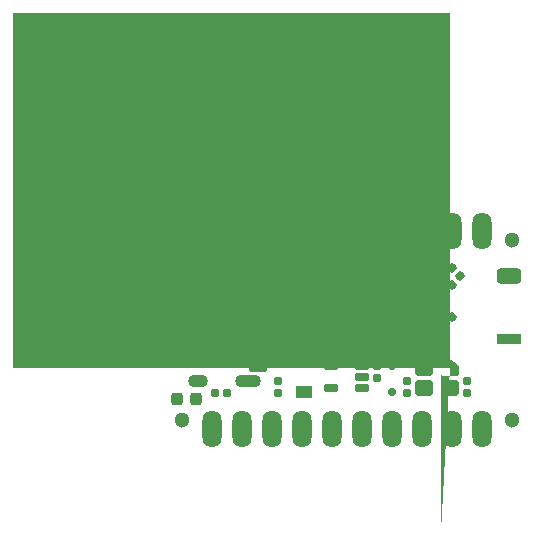
<source format=gts>
G04 #@! TF.GenerationSoftware,KiCad,Pcbnew,7.0.9*
G04 #@! TF.CreationDate,2024-04-26T16:02:49+09:00*
G04 #@! TF.ProjectId,Geekble_Mini_ESP32C3,4765656b-626c-4655-9f4d-696e695f4553,1*
G04 #@! TF.SameCoordinates,Original*
G04 #@! TF.FileFunction,Soldermask,Top*
G04 #@! TF.FilePolarity,Negative*
%FSLAX46Y46*%
G04 Gerber Fmt 4.6, Leading zero omitted, Abs format (unit mm)*
G04 Created by KiCad (PCBNEW 7.0.9) date 2024-04-26 16:02:49*
%MOMM*%
%LPD*%
G01*
G04 APERTURE LIST*
G04 Aperture macros list*
%AMRoundRect*
0 Rectangle with rounded corners*
0 $1 Rounding radius*
0 $2 $3 $4 $5 $6 $7 $8 $9 X,Y pos of 4 corners*
0 Add a 4 corners polygon primitive as box body*
4,1,4,$2,$3,$4,$5,$6,$7,$8,$9,$2,$3,0*
0 Add four circle primitives for the rounded corners*
1,1,$1+$1,$2,$3*
1,1,$1+$1,$4,$5*
1,1,$1+$1,$6,$7*
1,1,$1+$1,$8,$9*
0 Add four rect primitives between the rounded corners*
20,1,$1+$1,$2,$3,$4,$5,0*
20,1,$1+$1,$4,$5,$6,$7,0*
20,1,$1+$1,$6,$7,$8,$9,0*
20,1,$1+$1,$8,$9,$2,$3,0*%
%AMFreePoly0*
4,1,35,1.765657,1.893655,1.793593,1.888098,1.818825,1.877646,1.842508,1.861822,1.861822,1.842508,1.877646,1.818825,1.888098,1.793593,1.893655,1.765657,1.895000,1.752000,1.895000,-1.752000,1.893655,-1.765657,1.888098,-1.793593,1.877646,-1.818825,1.861822,-1.842508,1.842508,-1.861822,1.818825,-1.877646,1.793593,-1.888098,1.765657,-1.893655,1.752000,-1.895000,-1.752000,-1.895000,
-1.765657,-1.893655,-1.793593,-1.888098,-1.818825,-1.877646,-1.842508,-1.861822,-1.861822,-1.842508,-1.877646,-1.818825,-1.888098,-1.793593,-1.893655,-1.765657,-1.895000,-1.752000,-1.895000,1.624250,-1.874497,1.673746,-1.673746,1.874497,-1.624250,1.895000,1.752000,1.895000,1.765657,1.893655,1.765657,1.893655,$1*%
%AMFreePoly1*
4,1,72,0.115470,0.647547,0.117456,0.646900,0.122282,0.646677,0.148051,0.636959,0.174228,0.628455,0.178135,0.625615,0.180096,0.624877,0.193705,0.617130,0.693704,0.217130,0.704241,0.205565,0.706684,0.201850,0.710289,0.199232,0.728456,0.174227,0.731966,0.163421,0.738206,0.153938,0.746383,0.124133,0.746176,0.119686,0.747552,0.115453,0.750000,0.100000,0.750000,-0.500000,
0.747553,-0.515451,0.745106,-0.522982,0.745106,-0.530902,0.735556,-0.560293,0.730900,-0.566699,0.728455,-0.574228,0.710289,-0.599231,0.703884,-0.603884,0.699231,-0.610289,0.674228,-0.628455,0.666699,-0.630900,0.660293,-0.635556,0.630902,-0.645106,0.622982,-0.645106,0.615450,-0.647553,0.600000,-0.650000,-0.600000,-0.650000,-0.615450,-0.647553,-0.622982,-0.645106,-0.630902,-0.645106,
-0.660293,-0.635556,-0.666699,-0.630900,-0.674228,-0.628455,-0.699231,-0.610289,-0.703884,-0.603884,-0.710289,-0.599231,-0.728455,-0.574228,-0.730900,-0.566699,-0.735556,-0.560293,-0.745106,-0.530902,-0.745106,-0.522982,-0.747553,-0.515451,-0.750000,-0.500000,-0.750000,0.500000,-0.747553,0.515451,-0.745106,0.522982,-0.745106,0.530902,-0.735556,0.560293,-0.730900,0.566699,-0.728455,0.574228,
-0.710289,0.599231,-0.703884,0.603884,-0.699231,0.610289,-0.674228,0.628455,-0.666699,0.630900,-0.660293,0.635556,-0.630902,0.645106,-0.622981,0.645106,-0.615450,0.647553,-0.600000,0.650000,0.100000,0.650000,0.115470,0.647547,0.115470,0.647547,$1*%
G04 Aperture macros list end*
%ADD10C,0.120000*%
%ADD11C,0.010000*%
%ADD12O,1.624000X3.148000*%
%ADD13C,1.116000*%
%ADD14RoundRect,0.268750X-0.218750X-0.256250X0.218750X-0.256250X0.218750X0.256250X-0.218750X0.256250X0*%
%ADD15RoundRect,0.190000X-0.140000X-0.170000X0.140000X-0.170000X0.140000X0.170000X-0.140000X0.170000X0*%
%ADD16RoundRect,0.185000X-0.135000X-0.185000X0.135000X-0.185000X0.135000X0.185000X-0.135000X0.185000X0*%
%ADD17C,1.300000*%
%ADD18RoundRect,0.185000X0.185000X-0.135000X0.185000X0.135000X-0.185000X0.135000X-0.185000X-0.135000X0*%
%ADD19RoundRect,0.190000X-0.219203X-0.021213X-0.021213X-0.219203X0.219203X0.021213X0.021213X0.219203X0*%
%ADD20RoundRect,0.190000X0.021213X-0.219203X0.219203X-0.021213X-0.021213X0.219203X-0.219203X0.021213X0*%
%ADD21RoundRect,0.190000X-0.021213X0.219203X-0.219203X0.021213X0.021213X-0.219203X0.219203X-0.021213X0*%
%ADD22RoundRect,0.200000X-0.500000X0.350000X-0.500000X-0.350000X0.500000X-0.350000X0.500000X0.350000X0*%
%ADD23RoundRect,0.200000X0.500000X-0.350000X0.500000X0.350000X-0.500000X0.350000X-0.500000X-0.350000X0*%
%ADD24RoundRect,0.185000X-0.185000X0.135000X-0.185000X-0.135000X0.185000X-0.135000X0.185000X0.135000X0*%
%ADD25RoundRect,0.170000X-0.194454X-0.159099X-0.159099X-0.194454X0.194454X0.159099X0.159099X0.194454X0*%
%ADD26RoundRect,0.170000X-0.159099X0.194454X-0.194454X0.159099X0.159099X-0.194454X0.194454X-0.159099X0*%
%ADD27FreePoly0,225.000000*%
%ADD28RoundRect,0.190000X-0.170000X0.140000X-0.170000X-0.140000X0.170000X-0.140000X0.170000X0.140000X0*%
%ADD29RoundRect,0.185000X-0.226274X-0.035355X-0.035355X-0.226274X0.226274X0.035355X0.035355X0.226274X0*%
%ADD30RoundRect,0.200000X0.400000X0.150000X-0.400000X0.150000X-0.400000X-0.150000X0.400000X-0.150000X0*%
%ADD31RoundRect,0.350000X-0.700000X0.300000X-0.700000X-0.300000X0.700000X-0.300000X0.700000X0.300000X0*%
%ADD32RoundRect,0.250000X-0.800000X0.200000X-0.800000X-0.200000X0.800000X-0.200000X0.800000X0.200000X0*%
%ADD33RoundRect,0.190000X0.170000X-0.140000X0.170000X0.140000X-0.170000X0.140000X-0.170000X-0.140000X0*%
%ADD34RoundRect,0.175000X-0.125000X0.175000X-0.125000X-0.175000X0.125000X-0.175000X0.125000X0.175000X0*%
%ADD35RoundRect,0.190000X0.140000X0.170000X-0.140000X0.170000X-0.140000X-0.170000X0.140000X-0.170000X0*%
%ADD36RoundRect,0.185000X0.135000X0.185000X-0.135000X0.185000X-0.135000X-0.185000X0.135000X-0.185000X0*%
%ADD37RoundRect,0.190000X0.219203X0.021213X0.021213X0.219203X-0.219203X-0.021213X-0.021213X-0.219203X0*%
%ADD38C,0.750000*%
%ADD39RoundRect,0.200000X0.575000X-0.150000X0.575000X0.150000X-0.575000X0.150000X-0.575000X-0.150000X0*%
%ADD40RoundRect,0.125000X0.650000X-0.075000X0.650000X0.075000X-0.650000X0.075000X-0.650000X-0.075000X0*%
%ADD41O,2.200000X1.100000*%
%ADD42O,1.700000X1.100000*%
%ADD43FreePoly1,180.000000*%
%ADD44RoundRect,0.170000X0.580000X0.480000X-0.580000X0.480000X-0.580000X-0.480000X0.580000X-0.480000X0*%
G04 APERTURE END LIST*
D10*
G36*
X30068032Y-37135242D02*
G01*
X30058653Y-37016980D01*
X30065787Y-37017090D01*
X30072680Y-37016980D01*
X30079333Y-37016650D01*
X30085746Y-37016101D01*
X30091918Y-37015331D01*
X30097850Y-37014342D01*
X30106296Y-37012446D01*
X30114202Y-37010056D01*
X30121567Y-37007171D01*
X30128391Y-37003791D01*
X30134673Y-36999917D01*
X30140415Y-36995548D01*
X30143943Y-36992360D01*
X30148814Y-36987167D01*
X30153206Y-36981479D01*
X30157119Y-36975297D01*
X30160553Y-36968620D01*
X30163507Y-36961448D01*
X30165983Y-36953782D01*
X30167979Y-36945621D01*
X30169497Y-36936966D01*
X30170242Y-36930921D01*
X30170774Y-36924656D01*
X30171094Y-36918172D01*
X30171200Y-36911467D01*
X30171105Y-36904359D01*
X30170818Y-36897433D01*
X30170340Y-36890689D01*
X30169671Y-36884127D01*
X30168810Y-36877747D01*
X30167759Y-36871549D01*
X30166516Y-36865534D01*
X30165082Y-36859700D01*
X30163457Y-36854048D01*
X30160661Y-36845912D01*
X30157434Y-36838185D01*
X30153777Y-36830868D01*
X30149691Y-36823960D01*
X30146727Y-36819583D01*
X30142039Y-36813369D01*
X30137206Y-36807642D01*
X30132229Y-36802402D01*
X30127108Y-36797649D01*
X30121843Y-36793383D01*
X30116433Y-36789604D01*
X30110880Y-36786311D01*
X30105181Y-36783505D01*
X30099339Y-36781186D01*
X30093352Y-36779354D01*
X30089281Y-36778404D01*
X30082840Y-36777363D01*
X30076707Y-36776987D01*
X30069754Y-36777414D01*
X30063244Y-36778800D01*
X30057176Y-36781145D01*
X30053377Y-36783240D01*
X30047961Y-36787366D01*
X30043652Y-36791821D01*
X30039529Y-36797198D01*
X30036364Y-36802165D01*
X30033319Y-36807722D01*
X30030393Y-36813870D01*
X30027585Y-36820609D01*
X30025493Y-36826281D01*
X30023024Y-36833551D01*
X30020926Y-36840052D01*
X30018618Y-36847452D01*
X30016097Y-36855752D01*
X30014300Y-36861784D01*
X30012409Y-36868216D01*
X30010423Y-36875048D01*
X30008344Y-36882279D01*
X30006171Y-36889910D01*
X30003904Y-36897940D01*
X30001544Y-36906370D01*
X30000328Y-36910734D01*
X29997153Y-36921823D01*
X29993894Y-36932448D01*
X29990549Y-36942610D01*
X29987121Y-36952308D01*
X29983607Y-36961542D01*
X29980008Y-36970312D01*
X29976325Y-36978619D01*
X29972558Y-36986462D01*
X29968705Y-36993841D01*
X29964768Y-37000757D01*
X29960746Y-37007209D01*
X29956639Y-37013197D01*
X29952448Y-37018722D01*
X29948171Y-37023783D01*
X29943811Y-37028380D01*
X29939365Y-37032514D01*
X29932977Y-37037796D01*
X29926416Y-37042616D01*
X29919683Y-37046974D01*
X29912776Y-37050869D01*
X29905697Y-37054301D01*
X29898444Y-37057271D01*
X29891019Y-37059778D01*
X29883421Y-37061823D01*
X29875650Y-37063405D01*
X29867706Y-37064525D01*
X29859590Y-37065182D01*
X29851300Y-37065377D01*
X29842838Y-37065109D01*
X29834202Y-37064378D01*
X29825394Y-37063185D01*
X29816413Y-37061530D01*
X29810611Y-37060226D01*
X29804857Y-37058732D01*
X29799149Y-37057048D01*
X29793488Y-37055174D01*
X29787874Y-37053109D01*
X29782307Y-37050855D01*
X29776787Y-37048411D01*
X29771314Y-37045776D01*
X29765887Y-37042952D01*
X29760508Y-37039937D01*
X29755176Y-37036733D01*
X29749890Y-37033338D01*
X29744652Y-37029754D01*
X29739461Y-37025979D01*
X29734316Y-37022014D01*
X29729218Y-37017859D01*
X29724202Y-37013519D01*
X29719338Y-37009035D01*
X29714626Y-37004406D01*
X29710067Y-36999633D01*
X29705659Y-36994715D01*
X29701404Y-36989654D01*
X29697302Y-36984448D01*
X29693351Y-36979098D01*
X29689553Y-36973604D01*
X29685907Y-36967965D01*
X29682414Y-36962182D01*
X29679072Y-36956255D01*
X29675883Y-36950184D01*
X29672846Y-36943968D01*
X29669962Y-36937608D01*
X29667230Y-36931104D01*
X29664656Y-36924450D01*
X29662249Y-36917677D01*
X29660008Y-36910785D01*
X29657933Y-36903774D01*
X29656024Y-36896643D01*
X29654281Y-36889394D01*
X29652704Y-36882025D01*
X29651293Y-36874538D01*
X29650048Y-36866931D01*
X29648969Y-36859205D01*
X29648056Y-36851361D01*
X29647308Y-36843397D01*
X29646727Y-36835314D01*
X29646312Y-36827112D01*
X29646063Y-36818791D01*
X29645980Y-36810351D01*
X29646030Y-36803463D01*
X29646180Y-36796704D01*
X29646430Y-36790072D01*
X29646780Y-36783569D01*
X29647229Y-36777195D01*
X29647778Y-36770948D01*
X29648428Y-36764830D01*
X29649177Y-36758840D01*
X29650026Y-36752978D01*
X29652024Y-36741639D01*
X29654421Y-36730813D01*
X29657218Y-36720500D01*
X29660415Y-36710700D01*
X29664011Y-36701412D01*
X29668007Y-36692638D01*
X29672402Y-36684376D01*
X29677197Y-36676628D01*
X29682391Y-36669392D01*
X29687985Y-36662669D01*
X29693978Y-36656459D01*
X29697125Y-36653547D01*
X29703651Y-36648068D01*
X29710445Y-36643062D01*
X29717504Y-36638529D01*
X29724831Y-36634468D01*
X29732425Y-36630881D01*
X29740285Y-36627766D01*
X29748412Y-36625124D01*
X29756806Y-36622955D01*
X29765466Y-36621259D01*
X29774393Y-36620036D01*
X29783587Y-36619285D01*
X29793048Y-36619008D01*
X29802776Y-36619203D01*
X29812770Y-36619871D01*
X29823031Y-36621012D01*
X29833559Y-36622626D01*
X29833559Y-36742060D01*
X29825346Y-36741932D01*
X29817579Y-36742205D01*
X29810258Y-36742880D01*
X29803382Y-36743956D01*
X29796952Y-36745435D01*
X29790967Y-36747315D01*
X29785429Y-36749598D01*
X29778737Y-36753266D01*
X29772837Y-36757649D01*
X29768932Y-36761404D01*
X29764295Y-36767140D01*
X29760277Y-36773797D01*
X29757669Y-36779393D01*
X29755408Y-36785507D01*
X29753496Y-36792139D01*
X29751931Y-36799289D01*
X29750714Y-36806956D01*
X29749844Y-36815141D01*
X29749322Y-36823844D01*
X29749168Y-36829934D01*
X29749149Y-36833065D01*
X29749232Y-36839480D01*
X29749483Y-36845755D01*
X29749901Y-36851891D01*
X29750486Y-36857886D01*
X29751238Y-36863743D01*
X29752680Y-36872265D01*
X29754498Y-36880473D01*
X29756691Y-36888366D01*
X29759261Y-36895946D01*
X29762207Y-36903211D01*
X29765530Y-36910162D01*
X29769228Y-36916799D01*
X29770544Y-36918941D01*
X29774135Y-36924100D01*
X29778018Y-36928732D01*
X29783285Y-36933782D01*
X29789009Y-36938009D01*
X29795191Y-36941412D01*
X29801832Y-36943993D01*
X29807474Y-36945466D01*
X29813876Y-36946375D01*
X29819985Y-36946353D01*
X29825800Y-36945401D01*
X29832391Y-36943031D01*
X29837561Y-36940033D01*
X29842437Y-36936105D01*
X29843377Y-36935208D01*
X29848184Y-36929556D01*
X29851846Y-36924008D01*
X29855556Y-36917336D01*
X29859316Y-36909541D01*
X29861850Y-36903720D01*
X29864405Y-36897401D01*
X29866982Y-36890582D01*
X29869581Y-36883263D01*
X29872202Y-36875446D01*
X29874844Y-36867130D01*
X29877508Y-36858314D01*
X29880194Y-36848999D01*
X29882902Y-36839185D01*
X29884264Y-36834091D01*
X29886978Y-36823938D01*
X29889700Y-36814143D01*
X29892428Y-36804704D01*
X29895163Y-36795623D01*
X29897905Y-36786899D01*
X29900654Y-36778532D01*
X29903410Y-36770522D01*
X29906172Y-36762870D01*
X29908942Y-36755575D01*
X29911718Y-36748637D01*
X29914501Y-36742056D01*
X29917291Y-36735832D01*
X29920088Y-36729966D01*
X29922892Y-36724457D01*
X29925703Y-36719305D01*
X29928521Y-36714510D01*
X29932898Y-36707749D01*
X29937566Y-36701369D01*
X29942525Y-36695370D01*
X29947775Y-36689753D01*
X29953317Y-36684517D01*
X29959149Y-36679662D01*
X29965273Y-36675188D01*
X29971687Y-36671096D01*
X29978393Y-36667384D01*
X29985390Y-36664055D01*
X29990216Y-36662046D01*
X29997714Y-36659375D01*
X30005533Y-36657185D01*
X30013675Y-36655476D01*
X30022138Y-36654250D01*
X30030924Y-36653505D01*
X30036959Y-36653276D01*
X30043138Y-36653261D01*
X30049460Y-36653460D01*
X30055926Y-36653873D01*
X30062534Y-36654501D01*
X30069285Y-36655342D01*
X30076180Y-36656398D01*
X30083217Y-36657668D01*
X30086790Y-36658383D01*
X30093285Y-36659844D01*
X30099729Y-36661515D01*
X30106122Y-36663397D01*
X30112463Y-36665490D01*
X30118752Y-36667794D01*
X30124990Y-36670308D01*
X30131177Y-36673033D01*
X30137312Y-36675968D01*
X30143395Y-36679114D01*
X30149427Y-36682471D01*
X30155407Y-36686039D01*
X30161336Y-36689817D01*
X30167213Y-36693806D01*
X30173039Y-36698005D01*
X30178813Y-36702415D01*
X30184536Y-36707036D01*
X30190141Y-36711816D01*
X30195563Y-36716742D01*
X30200802Y-36721814D01*
X30205858Y-36727030D01*
X30210731Y-36732392D01*
X30215420Y-36737900D01*
X30219927Y-36743553D01*
X30224250Y-36749351D01*
X30228390Y-36755295D01*
X30232346Y-36761384D01*
X30236120Y-36767618D01*
X30239710Y-36773998D01*
X30243118Y-36780523D01*
X30246342Y-36787194D01*
X30249382Y-36794010D01*
X30252240Y-36800972D01*
X30254920Y-36808069D01*
X30257426Y-36815329D01*
X30259760Y-36822751D01*
X30261921Y-36830336D01*
X30263909Y-36838083D01*
X30265725Y-36845993D01*
X30267367Y-36854066D01*
X30268836Y-36862301D01*
X30270133Y-36870699D01*
X30271257Y-36879259D01*
X30272207Y-36887982D01*
X30272985Y-36896868D01*
X30273590Y-36905916D01*
X30274023Y-36915126D01*
X30274282Y-36924499D01*
X30274368Y-36934035D01*
X30274317Y-36940980D01*
X30274163Y-36947802D01*
X30273906Y-36954502D01*
X30273546Y-36961077D01*
X30273084Y-36967530D01*
X30272519Y-36973860D01*
X30271851Y-36980067D01*
X30271080Y-36986151D01*
X30270207Y-36992111D01*
X30269231Y-36997949D01*
X30266970Y-37009254D01*
X30264299Y-37020068D01*
X30261216Y-37030389D01*
X30257722Y-37040218D01*
X30253818Y-37049554D01*
X30249502Y-37058399D01*
X30244775Y-37066751D01*
X30239638Y-37074610D01*
X30234089Y-37081978D01*
X30228129Y-37088853D01*
X30221759Y-37095235D01*
X30214976Y-37101145D01*
X30207816Y-37106600D01*
X30200280Y-37111600D01*
X30192367Y-37116146D01*
X30184077Y-37120237D01*
X30175411Y-37123874D01*
X30166368Y-37127056D01*
X30156949Y-37129784D01*
X30147152Y-37132057D01*
X30136980Y-37133875D01*
X30126430Y-37135240D01*
X30115504Y-37136149D01*
X30104201Y-37136604D01*
X30092521Y-37136605D01*
X30086540Y-37136435D01*
X30080465Y-37136151D01*
X30074296Y-37135754D01*
X30068032Y-37135242D01*
G37*
G36*
X29996023Y-36119104D02*
G01*
X30007469Y-36119791D01*
X30019182Y-36121020D01*
X30025139Y-36121838D01*
X30031163Y-36122791D01*
X30037254Y-36123879D01*
X30043412Y-36125103D01*
X30049607Y-36126449D01*
X30055736Y-36127903D01*
X30061798Y-36129467D01*
X30067794Y-36131139D01*
X30073723Y-36132920D01*
X30079586Y-36134809D01*
X30085383Y-36136808D01*
X30091113Y-36138915D01*
X30096777Y-36141131D01*
X30102374Y-36143455D01*
X30107905Y-36145889D01*
X30113370Y-36148431D01*
X30118768Y-36151082D01*
X30124100Y-36153842D01*
X30129365Y-36156710D01*
X30134564Y-36159688D01*
X30139696Y-36162774D01*
X30144762Y-36165969D01*
X30149762Y-36169272D01*
X30154696Y-36172684D01*
X30159562Y-36176206D01*
X30164363Y-36179835D01*
X30169097Y-36183574D01*
X30173765Y-36187421D01*
X30178366Y-36191378D01*
X30182901Y-36195443D01*
X30187370Y-36199616D01*
X30191772Y-36203899D01*
X30196107Y-36208290D01*
X30200377Y-36212790D01*
X30204579Y-36217399D01*
X30208716Y-36222116D01*
X30212755Y-36226906D01*
X30216666Y-36231733D01*
X30220449Y-36236597D01*
X30224103Y-36241497D01*
X30227630Y-36246434D01*
X30231028Y-36251407D01*
X30234297Y-36256417D01*
X30237439Y-36261464D01*
X30240452Y-36266547D01*
X30243337Y-36271667D01*
X30248723Y-36282017D01*
X30253596Y-36292513D01*
X30257955Y-36303156D01*
X30261802Y-36313945D01*
X30265136Y-36324881D01*
X30267957Y-36335964D01*
X30270265Y-36347193D01*
X30272060Y-36358569D01*
X30273343Y-36370091D01*
X30274112Y-36381759D01*
X30274304Y-36387649D01*
X30274368Y-36393575D01*
X30274262Y-36400895D01*
X30273943Y-36408128D01*
X30273410Y-36415275D01*
X30272665Y-36422334D01*
X30271707Y-36429307D01*
X30270535Y-36436192D01*
X30269151Y-36442990D01*
X30267554Y-36449702D01*
X30265744Y-36456326D01*
X30263721Y-36462863D01*
X30261485Y-36469314D01*
X30259036Y-36475677D01*
X30256374Y-36481953D01*
X30253499Y-36488142D01*
X30250412Y-36494245D01*
X30247111Y-36500260D01*
X30243586Y-36506111D01*
X30239864Y-36511720D01*
X30235943Y-36517088D01*
X30231824Y-36522214D01*
X30227508Y-36527099D01*
X30222993Y-36531742D01*
X30218280Y-36536144D01*
X30213369Y-36540304D01*
X30208260Y-36544222D01*
X30202953Y-36547899D01*
X30197447Y-36551334D01*
X30191744Y-36554528D01*
X30185843Y-36557480D01*
X30179743Y-36560190D01*
X30173446Y-36562659D01*
X30166950Y-36564887D01*
X30160266Y-36566848D01*
X30153402Y-36568557D01*
X30146358Y-36570013D01*
X30139134Y-36571216D01*
X30131731Y-36572165D01*
X30124148Y-36572862D01*
X30116385Y-36573306D01*
X30108442Y-36573496D01*
X30100320Y-36573434D01*
X30092017Y-36573118D01*
X30083536Y-36572550D01*
X30074874Y-36571728D01*
X30066033Y-36570654D01*
X30057011Y-36569326D01*
X30047810Y-36567746D01*
X30038430Y-36565912D01*
X30031191Y-36564287D01*
X30023981Y-36562453D01*
X30016802Y-36560408D01*
X30009652Y-36558155D01*
X30002532Y-36555691D01*
X29995442Y-36553019D01*
X29988381Y-36550136D01*
X29981350Y-36547045D01*
X29974349Y-36543743D01*
X29967378Y-36540233D01*
X29960437Y-36536512D01*
X29953525Y-36532582D01*
X29946643Y-36528443D01*
X29939791Y-36524094D01*
X29932968Y-36519536D01*
X29926176Y-36514768D01*
X29919498Y-36509807D01*
X29913021Y-36504707D01*
X29906744Y-36499467D01*
X29900668Y-36494087D01*
X29894792Y-36488567D01*
X29889116Y-36482908D01*
X29883640Y-36477109D01*
X29878365Y-36471171D01*
X29873291Y-36465092D01*
X29868416Y-36458874D01*
X29863742Y-36452517D01*
X29859269Y-36446020D01*
X29854995Y-36439383D01*
X29850922Y-36432606D01*
X29847050Y-36425690D01*
X29843377Y-36418634D01*
X29839917Y-36411486D01*
X29836680Y-36404293D01*
X29833666Y-36397056D01*
X29830875Y-36389774D01*
X29828308Y-36382447D01*
X29825964Y-36375076D01*
X29823843Y-36367660D01*
X29821945Y-36360199D01*
X29820271Y-36352694D01*
X29818820Y-36345144D01*
X29817592Y-36337549D01*
X29816587Y-36329910D01*
X29815806Y-36322226D01*
X29815360Y-36316052D01*
X29899211Y-36316052D01*
X29899541Y-36324296D01*
X29900530Y-36332432D01*
X29902179Y-36340460D01*
X29904487Y-36348379D01*
X29907455Y-36356190D01*
X29911082Y-36363893D01*
X29915368Y-36371488D01*
X29918592Y-36376491D01*
X29922109Y-36381447D01*
X29925919Y-36386354D01*
X29930023Y-36391212D01*
X29934419Y-36396023D01*
X29936727Y-36398411D01*
X29941528Y-36403064D01*
X29946587Y-36407535D01*
X29951905Y-36411825D01*
X29957482Y-36415932D01*
X29963317Y-36419857D01*
X29969411Y-36423600D01*
X29975764Y-36427162D01*
X29982376Y-36430541D01*
X29989247Y-36433738D01*
X29996376Y-36436753D01*
X30003764Y-36439586D01*
X30011410Y-36442237D01*
X30019316Y-36444706D01*
X30027480Y-36446993D01*
X30035903Y-36449098D01*
X30044585Y-36451021D01*
X30053267Y-36452708D01*
X30061692Y-36454105D01*
X30069859Y-36455213D01*
X30077768Y-36456031D01*
X30085420Y-36456559D01*
X30092814Y-36456798D01*
X30099951Y-36456747D01*
X30106830Y-36456406D01*
X30113452Y-36455776D01*
X30119815Y-36454856D01*
X30125922Y-36453646D01*
X30131770Y-36452147D01*
X30137361Y-36450358D01*
X30145265Y-36447132D01*
X30152589Y-36443254D01*
X30159267Y-36438858D01*
X30165289Y-36434078D01*
X30170653Y-36428914D01*
X30175361Y-36423367D01*
X30179412Y-36417436D01*
X30182805Y-36411121D01*
X30185542Y-36404422D01*
X30187623Y-36397339D01*
X30189046Y-36389872D01*
X30189812Y-36382022D01*
X30189958Y-36376575D01*
X30189630Y-36368334D01*
X30188644Y-36360206D01*
X30187002Y-36352191D01*
X30184703Y-36344289D01*
X30181747Y-36336501D01*
X30178134Y-36328827D01*
X30173865Y-36321265D01*
X30170653Y-36316287D01*
X30167150Y-36311360D01*
X30163354Y-36306482D01*
X30159267Y-36301656D01*
X30154888Y-36296879D01*
X30152589Y-36294510D01*
X30147767Y-36289856D01*
X30142681Y-36285383D01*
X30137330Y-36281091D01*
X30131715Y-36276979D01*
X30125836Y-36273049D01*
X30119692Y-36269299D01*
X30113283Y-36265731D01*
X30106610Y-36262343D01*
X30099673Y-36259136D01*
X30092471Y-36256110D01*
X30085004Y-36253265D01*
X30077274Y-36250601D01*
X30069278Y-36248118D01*
X30061018Y-36245815D01*
X30052494Y-36243694D01*
X30043705Y-36241753D01*
X30035130Y-36240083D01*
X30026807Y-36238701D01*
X30018735Y-36237606D01*
X30010916Y-36236798D01*
X30003348Y-36236278D01*
X29996032Y-36236045D01*
X29988968Y-36236099D01*
X29982156Y-36236441D01*
X29975596Y-36237070D01*
X29969288Y-36237987D01*
X29963231Y-36239190D01*
X29957427Y-36240682D01*
X29949192Y-36243457D01*
X29941524Y-36246880D01*
X29936727Y-36249520D01*
X29930023Y-36253890D01*
X29923978Y-36258646D01*
X29918592Y-36263789D01*
X29913866Y-36269318D01*
X29909799Y-36275233D01*
X29906392Y-36281535D01*
X29903644Y-36288223D01*
X29901556Y-36295297D01*
X29900127Y-36302758D01*
X29899358Y-36310606D01*
X29899211Y-36316052D01*
X29815360Y-36316052D01*
X29815248Y-36314497D01*
X29814913Y-36306724D01*
X29814801Y-36298906D01*
X29814864Y-36292881D01*
X29815054Y-36286951D01*
X29815813Y-36275374D01*
X29817078Y-36264176D01*
X29818849Y-36253358D01*
X29821127Y-36242918D01*
X29823910Y-36232858D01*
X29827199Y-36223176D01*
X29830994Y-36213873D01*
X29835296Y-36204949D01*
X29840103Y-36196404D01*
X29845417Y-36188238D01*
X29851236Y-36180451D01*
X29857562Y-36173043D01*
X29864393Y-36166014D01*
X29871731Y-36159364D01*
X29879574Y-36153093D01*
X29887805Y-36147282D01*
X29896303Y-36142013D01*
X29905070Y-36137285D01*
X29914104Y-36133099D01*
X29923406Y-36129454D01*
X29932976Y-36126351D01*
X29942814Y-36123789D01*
X29952920Y-36121769D01*
X29963294Y-36120290D01*
X29973936Y-36119353D01*
X29984846Y-36118958D01*
X29996023Y-36119104D01*
G37*
G36*
X29996023Y-35606194D02*
G01*
X30007469Y-35606881D01*
X30019182Y-35608110D01*
X30025139Y-35608928D01*
X30031163Y-35609881D01*
X30037254Y-35610969D01*
X30043412Y-35612193D01*
X30049607Y-35613539D01*
X30055736Y-35614993D01*
X30061798Y-35616557D01*
X30067794Y-35618229D01*
X30073723Y-35620010D01*
X30079586Y-35621899D01*
X30085383Y-35623898D01*
X30091113Y-35626005D01*
X30096777Y-35628221D01*
X30102374Y-35630545D01*
X30107905Y-35632979D01*
X30113370Y-35635521D01*
X30118768Y-35638172D01*
X30124100Y-35640932D01*
X30129365Y-35643800D01*
X30134564Y-35646778D01*
X30139696Y-35649864D01*
X30144762Y-35653059D01*
X30149762Y-35656362D01*
X30154696Y-35659774D01*
X30159562Y-35663296D01*
X30164363Y-35666925D01*
X30169097Y-35670664D01*
X30173765Y-35674511D01*
X30178366Y-35678468D01*
X30182901Y-35682533D01*
X30187370Y-35686706D01*
X30191772Y-35690989D01*
X30196107Y-35695380D01*
X30200377Y-35699880D01*
X30204579Y-35704489D01*
X30208716Y-35709206D01*
X30212755Y-35713996D01*
X30216666Y-35718823D01*
X30220449Y-35723687D01*
X30224103Y-35728587D01*
X30227630Y-35733524D01*
X30231028Y-35738497D01*
X30234297Y-35743507D01*
X30237439Y-35748554D01*
X30240452Y-35753637D01*
X30243337Y-35758757D01*
X30248723Y-35769107D01*
X30253596Y-35779603D01*
X30257955Y-35790246D01*
X30261802Y-35801035D01*
X30265136Y-35811971D01*
X30267957Y-35823054D01*
X30270265Y-35834283D01*
X30272060Y-35845659D01*
X30273343Y-35857181D01*
X30274112Y-35868849D01*
X30274304Y-35874739D01*
X30274368Y-35880665D01*
X30274262Y-35887985D01*
X30273943Y-35895218D01*
X30273410Y-35902365D01*
X30272665Y-35909424D01*
X30271707Y-35916397D01*
X30270535Y-35923282D01*
X30269151Y-35930080D01*
X30267554Y-35936792D01*
X30265744Y-35943416D01*
X30263721Y-35949953D01*
X30261485Y-35956404D01*
X30259036Y-35962767D01*
X30256374Y-35969043D01*
X30253499Y-35975232D01*
X30250412Y-35981335D01*
X30247111Y-35987350D01*
X30243586Y-35993201D01*
X30239864Y-35998810D01*
X30235943Y-36004178D01*
X30231824Y-36009304D01*
X30227508Y-36014189D01*
X30222993Y-36018832D01*
X30218280Y-36023234D01*
X30213369Y-36027394D01*
X30208260Y-36031312D01*
X30202953Y-36034989D01*
X30197447Y-36038424D01*
X30191744Y-36041618D01*
X30185843Y-36044570D01*
X30179743Y-36047280D01*
X30173446Y-36049749D01*
X30166950Y-36051977D01*
X30160266Y-36053938D01*
X30153402Y-36055647D01*
X30146358Y-36057103D01*
X30139134Y-36058306D01*
X30131731Y-36059255D01*
X30124148Y-36059952D01*
X30116385Y-36060396D01*
X30108442Y-36060586D01*
X30100320Y-36060524D01*
X30092017Y-36060208D01*
X30083536Y-36059640D01*
X30074874Y-36058818D01*
X30066033Y-36057744D01*
X30057011Y-36056416D01*
X30047810Y-36054836D01*
X30038430Y-36053002D01*
X30031191Y-36051377D01*
X30023981Y-36049543D01*
X30016802Y-36047498D01*
X30009652Y-36045245D01*
X30002532Y-36042781D01*
X29995442Y-36040109D01*
X29988381Y-36037226D01*
X29981350Y-36034135D01*
X29974349Y-36030833D01*
X29967378Y-36027323D01*
X29960437Y-36023602D01*
X29953525Y-36019672D01*
X29946643Y-36015533D01*
X29939791Y-36011184D01*
X29932968Y-36006626D01*
X29926176Y-36001858D01*
X29919498Y-35996897D01*
X29913021Y-35991797D01*
X29906744Y-35986557D01*
X29900668Y-35981177D01*
X29894792Y-35975657D01*
X29889116Y-35969998D01*
X29883640Y-35964199D01*
X29878365Y-35958261D01*
X29873291Y-35952182D01*
X29868416Y-35945965D01*
X29863742Y-35939607D01*
X29859269Y-35933110D01*
X29854995Y-35926473D01*
X29850922Y-35919696D01*
X29847050Y-35912780D01*
X29843377Y-35905724D01*
X29839917Y-35898576D01*
X29836680Y-35891383D01*
X29833666Y-35884146D01*
X29830875Y-35876864D01*
X29828308Y-35869537D01*
X29825964Y-35862166D01*
X29823843Y-35854750D01*
X29821945Y-35847289D01*
X29820271Y-35839784D01*
X29818820Y-35832234D01*
X29817592Y-35824639D01*
X29816587Y-35817000D01*
X29815806Y-35809316D01*
X29815360Y-35803142D01*
X29899211Y-35803142D01*
X29899541Y-35811386D01*
X29900530Y-35819522D01*
X29902179Y-35827550D01*
X29904487Y-35835469D01*
X29907455Y-35843280D01*
X29911082Y-35850983D01*
X29915368Y-35858578D01*
X29918592Y-35863581D01*
X29922109Y-35868537D01*
X29925919Y-35873444D01*
X29930023Y-35878302D01*
X29934419Y-35883113D01*
X29936727Y-35885501D01*
X29941528Y-35890154D01*
X29946587Y-35894625D01*
X29951905Y-35898915D01*
X29957482Y-35903022D01*
X29963317Y-35906947D01*
X29969411Y-35910691D01*
X29975764Y-35914252D01*
X29982376Y-35917631D01*
X29989247Y-35920828D01*
X29996376Y-35923843D01*
X30003764Y-35926676D01*
X30011410Y-35929327D01*
X30019316Y-35931796D01*
X30027480Y-35934083D01*
X30035903Y-35936188D01*
X30044585Y-35938111D01*
X30053267Y-35939798D01*
X30061692Y-35941195D01*
X30069859Y-35942303D01*
X30077768Y-35943121D01*
X30085420Y-35943649D01*
X30092814Y-35943888D01*
X30099951Y-35943837D01*
X30106830Y-35943496D01*
X30113452Y-35942866D01*
X30119815Y-35941946D01*
X30125922Y-35940736D01*
X30131770Y-35939237D01*
X30137361Y-35937448D01*
X30145265Y-35934222D01*
X30152589Y-35930344D01*
X30159267Y-35925948D01*
X30165289Y-35921168D01*
X30170653Y-35916004D01*
X30175361Y-35910457D01*
X30179412Y-35904526D01*
X30182805Y-35898211D01*
X30185542Y-35891512D01*
X30187623Y-35884429D01*
X30189046Y-35876963D01*
X30189812Y-35869112D01*
X30189958Y-35863665D01*
X30189630Y-35855424D01*
X30188644Y-35847296D01*
X30187002Y-35839281D01*
X30184703Y-35831380D01*
X30181747Y-35823591D01*
X30178134Y-35815917D01*
X30173865Y-35808355D01*
X30170653Y-35803377D01*
X30167150Y-35798450D01*
X30163354Y-35793572D01*
X30159267Y-35788746D01*
X30154888Y-35783969D01*
X30152589Y-35781600D01*
X30147767Y-35776946D01*
X30142681Y-35772473D01*
X30137330Y-35768181D01*
X30131715Y-35764069D01*
X30125836Y-35760139D01*
X30119692Y-35756389D01*
X30113283Y-35752821D01*
X30106610Y-35749433D01*
X30099673Y-35746226D01*
X30092471Y-35743200D01*
X30085004Y-35740355D01*
X30077274Y-35737691D01*
X30069278Y-35735208D01*
X30061018Y-35732905D01*
X30052494Y-35730784D01*
X30043705Y-35728843D01*
X30035130Y-35727173D01*
X30026807Y-35725791D01*
X30018735Y-35724696D01*
X30010916Y-35723888D01*
X30003348Y-35723368D01*
X29996032Y-35723135D01*
X29988968Y-35723189D01*
X29982156Y-35723531D01*
X29975596Y-35724160D01*
X29969288Y-35725077D01*
X29963231Y-35726280D01*
X29957427Y-35727772D01*
X29949192Y-35730547D01*
X29941524Y-35733970D01*
X29936727Y-35736610D01*
X29930023Y-35740980D01*
X29923978Y-35745736D01*
X29918592Y-35750879D01*
X29913866Y-35756408D01*
X29909799Y-35762323D01*
X29906392Y-35768625D01*
X29903644Y-35775313D01*
X29901556Y-35782387D01*
X29900127Y-35789848D01*
X29899358Y-35797696D01*
X29899211Y-35803142D01*
X29815360Y-35803142D01*
X29815248Y-35801587D01*
X29814913Y-35793814D01*
X29814801Y-35785996D01*
X29814864Y-35779971D01*
X29815054Y-35774041D01*
X29815813Y-35762464D01*
X29817078Y-35751267D01*
X29818849Y-35740448D01*
X29821127Y-35730008D01*
X29823910Y-35719948D01*
X29827199Y-35710266D01*
X29830994Y-35700963D01*
X29835296Y-35692039D01*
X29840103Y-35683494D01*
X29845417Y-35675328D01*
X29851236Y-35667541D01*
X29857562Y-35660133D01*
X29864393Y-35653104D01*
X29871731Y-35646454D01*
X29879574Y-35640183D01*
X29887805Y-35634372D01*
X29896303Y-35629103D01*
X29905070Y-35624375D01*
X29914104Y-35620189D01*
X29923406Y-35616544D01*
X29932976Y-35613441D01*
X29942814Y-35610879D01*
X29952920Y-35608859D01*
X29963294Y-35607380D01*
X29973936Y-35606443D01*
X29984846Y-35606048D01*
X29996023Y-35606194D01*
G37*
G36*
X29869579Y-34990500D02*
G01*
X29878262Y-34990864D01*
X29887158Y-34991425D01*
X29896268Y-34992183D01*
X29905593Y-34993138D01*
X29915132Y-34994290D01*
X29924884Y-34995638D01*
X29934851Y-34997184D01*
X29945032Y-34998927D01*
X29955427Y-35000866D01*
X29966036Y-35003002D01*
X29975353Y-35005016D01*
X29984508Y-35007138D01*
X29993502Y-35009367D01*
X30002334Y-35011704D01*
X30011005Y-35014148D01*
X30019514Y-35016700D01*
X30027862Y-35019359D01*
X30036048Y-35022127D01*
X30044074Y-35025001D01*
X30051937Y-35027984D01*
X30059639Y-35031074D01*
X30067180Y-35034272D01*
X30074560Y-35037577D01*
X30081778Y-35040990D01*
X30088834Y-35044510D01*
X30095729Y-35048138D01*
X30103947Y-35052680D01*
X30111966Y-35057330D01*
X30119787Y-35062087D01*
X30127411Y-35066951D01*
X30134836Y-35071924D01*
X30142063Y-35077003D01*
X30149092Y-35082191D01*
X30155923Y-35087486D01*
X30162556Y-35092889D01*
X30168991Y-35098399D01*
X30175227Y-35104017D01*
X30181266Y-35109743D01*
X30187107Y-35115576D01*
X30192749Y-35121517D01*
X30198194Y-35127565D01*
X30203440Y-35133721D01*
X30207288Y-35138502D01*
X30211029Y-35143428D01*
X30214661Y-35148499D01*
X30218186Y-35153716D01*
X30221604Y-35159078D01*
X30224914Y-35164585D01*
X30228116Y-35170238D01*
X30231211Y-35176036D01*
X30234198Y-35181980D01*
X30237077Y-35188069D01*
X30239849Y-35194304D01*
X30242513Y-35200683D01*
X30245070Y-35207209D01*
X30247519Y-35213879D01*
X30249860Y-35220695D01*
X30252093Y-35227657D01*
X30254398Y-35235780D01*
X30256476Y-35244324D01*
X30257735Y-35250253D01*
X30258894Y-35256368D01*
X30259952Y-35262670D01*
X30260909Y-35269159D01*
X30261765Y-35275834D01*
X30262521Y-35282696D01*
X30263176Y-35289744D01*
X30263730Y-35296979D01*
X30264183Y-35304401D01*
X30264536Y-35312009D01*
X30264788Y-35319804D01*
X30264939Y-35327786D01*
X30264990Y-35335954D01*
X30264990Y-35560609D01*
X29655359Y-35433847D01*
X29655359Y-35335808D01*
X29758528Y-35335808D01*
X30161821Y-35419778D01*
X30161821Y-35330825D01*
X30161798Y-35324682D01*
X30161730Y-35318744D01*
X30161541Y-35310225D01*
X30161249Y-35302169D01*
X30160854Y-35294576D01*
X30160356Y-35287448D01*
X30159755Y-35280783D01*
X30159051Y-35274581D01*
X30157952Y-35267034D01*
X30156669Y-35260311D01*
X30155959Y-35257259D01*
X30153931Y-35249758D01*
X30151581Y-35242495D01*
X30148912Y-35235470D01*
X30145921Y-35228683D01*
X30142610Y-35222134D01*
X30138979Y-35215823D01*
X30135026Y-35209751D01*
X30130754Y-35203917D01*
X30125924Y-35198238D01*
X30121831Y-35194027D01*
X30117333Y-35189857D01*
X30112430Y-35185729D01*
X30107123Y-35181642D01*
X30101412Y-35177596D01*
X30095296Y-35173591D01*
X30088776Y-35169627D01*
X30081851Y-35165705D01*
X30074522Y-35161824D01*
X30071989Y-35160539D01*
X30064035Y-35156718D01*
X30058443Y-35154229D01*
X30052620Y-35151787D01*
X30046566Y-35149391D01*
X30040281Y-35147043D01*
X30033764Y-35144742D01*
X30027016Y-35142488D01*
X30020037Y-35140280D01*
X30012826Y-35138120D01*
X30005385Y-35136007D01*
X29997712Y-35133940D01*
X29989807Y-35131920D01*
X29981672Y-35129948D01*
X29973305Y-35128022D01*
X29964707Y-35126143D01*
X29960321Y-35125222D01*
X29951638Y-35123464D01*
X29943209Y-35121853D01*
X29935037Y-35120391D01*
X29927119Y-35119076D01*
X29919457Y-35117909D01*
X29912050Y-35116889D01*
X29904899Y-35116017D01*
X29898002Y-35115293D01*
X29891361Y-35114717D01*
X29884976Y-35114288D01*
X29878846Y-35114007D01*
X29872971Y-35113873D01*
X29864637Y-35113950D01*
X29856877Y-35114359D01*
X29852024Y-35114817D01*
X29845081Y-35115703D01*
X29838433Y-35116824D01*
X29832078Y-35118180D01*
X29826016Y-35119770D01*
X29820249Y-35121594D01*
X29813015Y-35124391D01*
X29806304Y-35127604D01*
X29800115Y-35131235D01*
X29794448Y-35135282D01*
X29793112Y-35136359D01*
X29788015Y-35140911D01*
X29783349Y-35145921D01*
X29779113Y-35151389D01*
X29775307Y-35157315D01*
X29771932Y-35163699D01*
X29768987Y-35170541D01*
X29766473Y-35177841D01*
X29764870Y-35183616D01*
X29764389Y-35185598D01*
X29763015Y-35192301D01*
X29762105Y-35198334D01*
X29761298Y-35205230D01*
X29760594Y-35212990D01*
X29759993Y-35221612D01*
X29759650Y-35227840D01*
X29759352Y-35234451D01*
X29759100Y-35241445D01*
X29758894Y-35248824D01*
X29758734Y-35256585D01*
X29758619Y-35264731D01*
X29758550Y-35273260D01*
X29758528Y-35282172D01*
X29758528Y-35335808D01*
X29655359Y-35335808D01*
X29655359Y-35215640D01*
X29655405Y-35206573D01*
X29655540Y-35197798D01*
X29655766Y-35189317D01*
X29656083Y-35181129D01*
X29656490Y-35173234D01*
X29656987Y-35165632D01*
X29657575Y-35158323D01*
X29658254Y-35151307D01*
X29659022Y-35144584D01*
X29659882Y-35138154D01*
X29660831Y-35132018D01*
X29661871Y-35126174D01*
X29663601Y-35117958D01*
X29665535Y-35110402D01*
X29666936Y-35105731D01*
X29669011Y-35099710D01*
X29671278Y-35093847D01*
X29673737Y-35088142D01*
X29676389Y-35082595D01*
X29679233Y-35077206D01*
X29682269Y-35071975D01*
X29685497Y-35066902D01*
X29688918Y-35061987D01*
X29692532Y-35057230D01*
X29696337Y-35052631D01*
X29700335Y-35048190D01*
X29704525Y-35043907D01*
X29708908Y-35039782D01*
X29713483Y-35035815D01*
X29718250Y-35032006D01*
X29723210Y-35028355D01*
X29728319Y-35024849D01*
X29733569Y-35021511D01*
X29738961Y-35018341D01*
X29744496Y-35015340D01*
X29750172Y-35012507D01*
X29755990Y-35009842D01*
X29761951Y-35007346D01*
X29768053Y-35005017D01*
X29774297Y-35002858D01*
X29780683Y-35000866D01*
X29787212Y-34999043D01*
X29793882Y-34997388D01*
X29800694Y-34995901D01*
X29807648Y-34994583D01*
X29814744Y-34993433D01*
X29821982Y-34992451D01*
X29829380Y-34991634D01*
X29836991Y-34991013D01*
X29844817Y-34990590D01*
X29852857Y-34990363D01*
X29861111Y-34990333D01*
X29869579Y-34990500D01*
G37*
D11*
X31919929Y-35537086D02*
X31951333Y-35575920D01*
X31967399Y-35630724D01*
X31964085Y-35693381D01*
X31963564Y-35695632D01*
X31929703Y-35785146D01*
X31882922Y-35850262D01*
X31853593Y-35884160D01*
X31822280Y-35925356D01*
X31786961Y-35973240D01*
X31752137Y-36017795D01*
X31727234Y-36053144D01*
X31715205Y-36079461D01*
X31715003Y-36081598D01*
X31702456Y-36103617D01*
X31681994Y-36120320D01*
X31654532Y-36153880D01*
X31652251Y-36195696D01*
X31675470Y-36232310D01*
X31679267Y-36235209D01*
X31708411Y-36262370D01*
X31747100Y-36306821D01*
X31789973Y-36361269D01*
X31831671Y-36418424D01*
X31866833Y-36470994D01*
X31890101Y-36511687D01*
X31896549Y-36530801D01*
X31882837Y-36570080D01*
X31849990Y-36606251D01*
X31810443Y-36626843D01*
X31799512Y-36628121D01*
X31773118Y-36615999D01*
X31736248Y-36584551D01*
X31704628Y-36549725D01*
X31614970Y-36450836D01*
X31501173Y-36343493D01*
X31369056Y-36233104D01*
X31336465Y-36207679D01*
X31297768Y-36175614D01*
X31251618Y-36134403D01*
X31236380Y-36120136D01*
X31185109Y-36077642D01*
X31128592Y-36039516D01*
X31114090Y-36031393D01*
X31058584Y-35995829D01*
X31001597Y-35948778D01*
X30950031Y-35897276D01*
X30910788Y-35848355D01*
X30890770Y-35809050D01*
X30889653Y-35802650D01*
X30887844Y-35745616D01*
X30896575Y-35711161D01*
X30918700Y-35689764D01*
X30924440Y-35686502D01*
X30963733Y-35682507D01*
X31020639Y-35699324D01*
X31089768Y-35734087D01*
X31165732Y-35783933D01*
X31243143Y-35845995D01*
X31269389Y-35869891D01*
X31348289Y-35942111D01*
X31408236Y-35991170D01*
X31452444Y-36018364D01*
X31484123Y-36024991D01*
X31506489Y-36012348D01*
X31522753Y-35981732D01*
X31525630Y-35973340D01*
X31545784Y-35926599D01*
X31568862Y-35890819D01*
X31591310Y-35859876D01*
X31621314Y-35812056D01*
X31642705Y-35774961D01*
X31681005Y-35714544D01*
X31727769Y-35653347D01*
X31777248Y-35597566D01*
X31823690Y-35553396D01*
X31861343Y-35527032D01*
X31877230Y-35522338D01*
X31919929Y-35537086D01*
G36*
X31919929Y-35537086D02*
G01*
X31951333Y-35575920D01*
X31967399Y-35630724D01*
X31964085Y-35693381D01*
X31963564Y-35695632D01*
X31929703Y-35785146D01*
X31882922Y-35850262D01*
X31853593Y-35884160D01*
X31822280Y-35925356D01*
X31786961Y-35973240D01*
X31752137Y-36017795D01*
X31727234Y-36053144D01*
X31715205Y-36079461D01*
X31715003Y-36081598D01*
X31702456Y-36103617D01*
X31681994Y-36120320D01*
X31654532Y-36153880D01*
X31652251Y-36195696D01*
X31675470Y-36232310D01*
X31679267Y-36235209D01*
X31708411Y-36262370D01*
X31747100Y-36306821D01*
X31789973Y-36361269D01*
X31831671Y-36418424D01*
X31866833Y-36470994D01*
X31890101Y-36511687D01*
X31896549Y-36530801D01*
X31882837Y-36570080D01*
X31849990Y-36606251D01*
X31810443Y-36626843D01*
X31799512Y-36628121D01*
X31773118Y-36615999D01*
X31736248Y-36584551D01*
X31704628Y-36549725D01*
X31614970Y-36450836D01*
X31501173Y-36343493D01*
X31369056Y-36233104D01*
X31336465Y-36207679D01*
X31297768Y-36175614D01*
X31251618Y-36134403D01*
X31236380Y-36120136D01*
X31185109Y-36077642D01*
X31128592Y-36039516D01*
X31114090Y-36031393D01*
X31058584Y-35995829D01*
X31001597Y-35948778D01*
X30950031Y-35897276D01*
X30910788Y-35848355D01*
X30890770Y-35809050D01*
X30889653Y-35802650D01*
X30887844Y-35745616D01*
X30896575Y-35711161D01*
X30918700Y-35689764D01*
X30924440Y-35686502D01*
X30963733Y-35682507D01*
X31020639Y-35699324D01*
X31089768Y-35734087D01*
X31165732Y-35783933D01*
X31243143Y-35845995D01*
X31269389Y-35869891D01*
X31348289Y-35942111D01*
X31408236Y-35991170D01*
X31452444Y-36018364D01*
X31484123Y-36024991D01*
X31506489Y-36012348D01*
X31522753Y-35981732D01*
X31525630Y-35973340D01*
X31545784Y-35926599D01*
X31568862Y-35890819D01*
X31591310Y-35859876D01*
X31621314Y-35812056D01*
X31642705Y-35774961D01*
X31681005Y-35714544D01*
X31727769Y-35653347D01*
X31777248Y-35597566D01*
X31823690Y-35553396D01*
X31861343Y-35527032D01*
X31877230Y-35522338D01*
X31919929Y-35537086D01*
G37*
X31411352Y-34346052D02*
X31473375Y-34358269D01*
X31531329Y-34383382D01*
X31595788Y-34425432D01*
X31641191Y-34459854D01*
X31694775Y-34505574D01*
X31756891Y-34564436D01*
X31820126Y-34628766D01*
X31877068Y-34690890D01*
X31920303Y-34743136D01*
X31934963Y-34763941D01*
X31957155Y-34817583D01*
X31970704Y-34887370D01*
X31974725Y-34960817D01*
X31968333Y-35025440D01*
X31956027Y-35060862D01*
X31923243Y-35099387D01*
X31885469Y-35126284D01*
X31835237Y-35154132D01*
X31795120Y-35179178D01*
X31718794Y-35215154D01*
X31622552Y-35237245D01*
X31552160Y-35241279D01*
X31517340Y-35243275D01*
X31482451Y-35241363D01*
X31393500Y-35239941D01*
X31333297Y-35253081D01*
X31331280Y-35254012D01*
X31278634Y-35263955D01*
X31225178Y-35243136D01*
X31169626Y-35190811D01*
X31131192Y-35138664D01*
X31082503Y-35058206D01*
X31049974Y-34983920D01*
X31031321Y-34906234D01*
X31024261Y-34815578D01*
X31024887Y-34784077D01*
X31242318Y-34784077D01*
X31249838Y-34832635D01*
X31252835Y-34845460D01*
X31278507Y-34915647D01*
X31319327Y-34961993D01*
X31381286Y-34989443D01*
X31439990Y-35000010D01*
X31552160Y-35004457D01*
X31640747Y-34988965D01*
X31704211Y-34953813D01*
X31706254Y-34951957D01*
X31732942Y-34923315D01*
X31737872Y-34898057D01*
X31725100Y-34860981D01*
X31701399Y-34820370D01*
X31663020Y-34769874D01*
X31629151Y-34731975D01*
X31582858Y-34688046D01*
X31538305Y-34652079D01*
X31511442Y-34635236D01*
X31462756Y-34612447D01*
X31426927Y-34595713D01*
X31378380Y-34589570D01*
X31330212Y-34614808D01*
X31284824Y-34669862D01*
X31268374Y-34699115D01*
X31247872Y-34745447D01*
X31242318Y-34784077D01*
X31024887Y-34784077D01*
X31026509Y-34702380D01*
X31026604Y-34700409D01*
X31031312Y-34617238D01*
X31036946Y-34559393D01*
X31045168Y-34519199D01*
X31057640Y-34488983D01*
X31076023Y-34461070D01*
X31079374Y-34456632D01*
X31127577Y-34401136D01*
X31175903Y-34366632D01*
X31234329Y-34348671D01*
X31312830Y-34342798D01*
X31334690Y-34342688D01*
X31411352Y-34346052D01*
G36*
X31411352Y-34346052D02*
G01*
X31473375Y-34358269D01*
X31531329Y-34383382D01*
X31595788Y-34425432D01*
X31641191Y-34459854D01*
X31694775Y-34505574D01*
X31756891Y-34564436D01*
X31820126Y-34628766D01*
X31877068Y-34690890D01*
X31920303Y-34743136D01*
X31934963Y-34763941D01*
X31957155Y-34817583D01*
X31970704Y-34887370D01*
X31974725Y-34960817D01*
X31968333Y-35025440D01*
X31956027Y-35060862D01*
X31923243Y-35099387D01*
X31885469Y-35126284D01*
X31835237Y-35154132D01*
X31795120Y-35179178D01*
X31718794Y-35215154D01*
X31622552Y-35237245D01*
X31552160Y-35241279D01*
X31517340Y-35243275D01*
X31482451Y-35241363D01*
X31393500Y-35239941D01*
X31333297Y-35253081D01*
X31331280Y-35254012D01*
X31278634Y-35263955D01*
X31225178Y-35243136D01*
X31169626Y-35190811D01*
X31131192Y-35138664D01*
X31082503Y-35058206D01*
X31049974Y-34983920D01*
X31031321Y-34906234D01*
X31024261Y-34815578D01*
X31024887Y-34784077D01*
X31242318Y-34784077D01*
X31249838Y-34832635D01*
X31252835Y-34845460D01*
X31278507Y-34915647D01*
X31319327Y-34961993D01*
X31381286Y-34989443D01*
X31439990Y-35000010D01*
X31552160Y-35004457D01*
X31640747Y-34988965D01*
X31704211Y-34953813D01*
X31706254Y-34951957D01*
X31732942Y-34923315D01*
X31737872Y-34898057D01*
X31725100Y-34860981D01*
X31701399Y-34820370D01*
X31663020Y-34769874D01*
X31629151Y-34731975D01*
X31582858Y-34688046D01*
X31538305Y-34652079D01*
X31511442Y-34635236D01*
X31462756Y-34612447D01*
X31426927Y-34595713D01*
X31378380Y-34589570D01*
X31330212Y-34614808D01*
X31284824Y-34669862D01*
X31268374Y-34699115D01*
X31247872Y-34745447D01*
X31242318Y-34784077D01*
X31024887Y-34784077D01*
X31026509Y-34702380D01*
X31026604Y-34700409D01*
X31031312Y-34617238D01*
X31036946Y-34559393D01*
X31045168Y-34519199D01*
X31057640Y-34488983D01*
X31076023Y-34461070D01*
X31079374Y-34456632D01*
X31127577Y-34401136D01*
X31175903Y-34366632D01*
X31234329Y-34348671D01*
X31312830Y-34342798D01*
X31334690Y-34342688D01*
X31411352Y-34346052D01*
G37*
X31511795Y-36912810D02*
X31619843Y-36939848D01*
X31673742Y-36963739D01*
X31800321Y-37045644D01*
X31912065Y-37144386D01*
X32003882Y-37254298D01*
X32070682Y-37369712D01*
X32094517Y-37432193D01*
X32113882Y-37498950D01*
X32123044Y-37546163D01*
X32123067Y-37585313D01*
X32115013Y-37627882D01*
X32113273Y-37634878D01*
X32083520Y-37710109D01*
X32030603Y-37784987D01*
X31962441Y-37854630D01*
X31912236Y-37898051D01*
X31857153Y-37941305D01*
X31804340Y-37979296D01*
X31760943Y-38006931D01*
X31734109Y-38019113D01*
X31731507Y-38019264D01*
X31712723Y-38023296D01*
X31671929Y-38038167D01*
X31605273Y-38065291D01*
X31599264Y-38067800D01*
X31532071Y-38082596D01*
X31499524Y-38082357D01*
X31448859Y-38081984D01*
X31361896Y-38067569D01*
X31283448Y-38040957D01*
X31248702Y-38021919D01*
X31208912Y-37992465D01*
X31191096Y-37966227D01*
X31188119Y-37930862D01*
X31188909Y-37918474D01*
X31187845Y-37867164D01*
X31180029Y-37802268D01*
X31172758Y-37763807D01*
X31162214Y-37708614D01*
X31156801Y-37664485D01*
X31157027Y-37646179D01*
X31148889Y-37621757D01*
X31122476Y-37586371D01*
X31103511Y-37566763D01*
X31044464Y-37505342D01*
X31009073Y-37452123D01*
X30993095Y-37397665D01*
X30992291Y-37332525D01*
X30992905Y-37325033D01*
X31190415Y-37325033D01*
X31201692Y-37371032D01*
X31228561Y-37422303D01*
X31274405Y-37486633D01*
X31293055Y-37510516D01*
X31341478Y-37571687D01*
X31313969Y-37645911D01*
X31298151Y-37694085D01*
X31295576Y-37726481D01*
X31305920Y-37757411D01*
X31311212Y-37768000D01*
X31356421Y-37821959D01*
X31422172Y-37858560D01*
X31499524Y-37875287D01*
X31579535Y-37869626D01*
X31622544Y-37855576D01*
X31700459Y-37814038D01*
X31775948Y-37760879D01*
X31842039Y-37702280D01*
X31891756Y-37644423D01*
X31918091Y-37593618D01*
X31922837Y-37529796D01*
X31909786Y-37455364D01*
X31882015Y-37385285D01*
X31871663Y-37367933D01*
X31784646Y-37254711D01*
X31692060Y-37171681D01*
X31654171Y-37147078D01*
X31565245Y-37108287D01*
X31474717Y-37092032D01*
X31388074Y-37096780D01*
X31310805Y-37120994D01*
X31248401Y-37163139D01*
X31206349Y-37221681D01*
X31191343Y-37276518D01*
X31190415Y-37325033D01*
X30992905Y-37325033D01*
X30993216Y-37321247D01*
X31015934Y-37218110D01*
X31044789Y-37159096D01*
X31070069Y-37115451D01*
X31085554Y-37081780D01*
X31087842Y-37072131D01*
X31101113Y-37043023D01*
X31135163Y-37005975D01*
X31181347Y-36968010D01*
X31231021Y-36936147D01*
X31275540Y-36917409D01*
X31279444Y-36916513D01*
X31394299Y-36904549D01*
X31511795Y-36912810D01*
G36*
X31511795Y-36912810D02*
G01*
X31619843Y-36939848D01*
X31673742Y-36963739D01*
X31800321Y-37045644D01*
X31912065Y-37144386D01*
X32003882Y-37254298D01*
X32070682Y-37369712D01*
X32094517Y-37432193D01*
X32113882Y-37498950D01*
X32123044Y-37546163D01*
X32123067Y-37585313D01*
X32115013Y-37627882D01*
X32113273Y-37634878D01*
X32083520Y-37710109D01*
X32030603Y-37784987D01*
X31962441Y-37854630D01*
X31912236Y-37898051D01*
X31857153Y-37941305D01*
X31804340Y-37979296D01*
X31760943Y-38006931D01*
X31734109Y-38019113D01*
X31731507Y-38019264D01*
X31712723Y-38023296D01*
X31671929Y-38038167D01*
X31605273Y-38065291D01*
X31599264Y-38067800D01*
X31532071Y-38082596D01*
X31499524Y-38082357D01*
X31448859Y-38081984D01*
X31361896Y-38067569D01*
X31283448Y-38040957D01*
X31248702Y-38021919D01*
X31208912Y-37992465D01*
X31191096Y-37966227D01*
X31188119Y-37930862D01*
X31188909Y-37918474D01*
X31187845Y-37867164D01*
X31180029Y-37802268D01*
X31172758Y-37763807D01*
X31162214Y-37708614D01*
X31156801Y-37664485D01*
X31157027Y-37646179D01*
X31148889Y-37621757D01*
X31122476Y-37586371D01*
X31103511Y-37566763D01*
X31044464Y-37505342D01*
X31009073Y-37452123D01*
X30993095Y-37397665D01*
X30992291Y-37332525D01*
X30992905Y-37325033D01*
X31190415Y-37325033D01*
X31201692Y-37371032D01*
X31228561Y-37422303D01*
X31274405Y-37486633D01*
X31293055Y-37510516D01*
X31341478Y-37571687D01*
X31313969Y-37645911D01*
X31298151Y-37694085D01*
X31295576Y-37726481D01*
X31305920Y-37757411D01*
X31311212Y-37768000D01*
X31356421Y-37821959D01*
X31422172Y-37858560D01*
X31499524Y-37875287D01*
X31579535Y-37869626D01*
X31622544Y-37855576D01*
X31700459Y-37814038D01*
X31775948Y-37760879D01*
X31842039Y-37702280D01*
X31891756Y-37644423D01*
X31918091Y-37593618D01*
X31922837Y-37529796D01*
X31909786Y-37455364D01*
X31882015Y-37385285D01*
X31871663Y-37367933D01*
X31784646Y-37254711D01*
X31692060Y-37171681D01*
X31654171Y-37147078D01*
X31565245Y-37108287D01*
X31474717Y-37092032D01*
X31388074Y-37096780D01*
X31310805Y-37120994D01*
X31248401Y-37163139D01*
X31206349Y-37221681D01*
X31191343Y-37276518D01*
X31190415Y-37325033D01*
X30992905Y-37325033D01*
X30993216Y-37321247D01*
X31015934Y-37218110D01*
X31044789Y-37159096D01*
X31070069Y-37115451D01*
X31085554Y-37081780D01*
X31087842Y-37072131D01*
X31101113Y-37043023D01*
X31135163Y-37005975D01*
X31181347Y-36968010D01*
X31231021Y-36936147D01*
X31275540Y-36917409D01*
X31279444Y-36916513D01*
X31394299Y-36904549D01*
X31511795Y-36912810D01*
G37*
D12*
X42969990Y-27728010D03*
D13*
X42969990Y-27220010D03*
D14*
X31438490Y-30268010D03*
X29863490Y-30268010D03*
D15*
X37663990Y-31792010D03*
X38623990Y-31792010D03*
D16*
X37633990Y-30725210D03*
X38653990Y-30725210D03*
D12*
X32809990Y-27728010D03*
D13*
X32809990Y-27220010D03*
D12*
X35349990Y-27728010D03*
D13*
X35349990Y-27220010D03*
D17*
X30269990Y-28490010D03*
D12*
X48049990Y-27728010D03*
D13*
X48049990Y-27220010D03*
D18*
X38397990Y-34588010D03*
X38397990Y-33568010D03*
D12*
X40429990Y-44492010D03*
D13*
X40429990Y-45000010D03*
D19*
X53136691Y-30878599D03*
X53815513Y-31557421D03*
D12*
X32809990Y-44492010D03*
D13*
X32809990Y-45000010D03*
D17*
X58209990Y-28490010D03*
D12*
X55669990Y-44492010D03*
D13*
X55669990Y-45000010D03*
D16*
X38141990Y-35602010D03*
X39161990Y-35602010D03*
X33061990Y-30776010D03*
X34081990Y-30776010D03*
D20*
X43531209Y-36805021D03*
X44210031Y-36126199D03*
D21*
X51601431Y-32214599D03*
X50922609Y-32893421D03*
D22*
X40607790Y-37134210D03*
X40607790Y-41334210D03*
D23*
X40607790Y-35085810D03*
X40607790Y-30885810D03*
D24*
X38397990Y-40426010D03*
X38397990Y-41446010D03*
D25*
X50936102Y-34436832D03*
X50582549Y-34083278D03*
X50228995Y-33729725D03*
X49875442Y-33376171D03*
X49521889Y-33022618D03*
X49168335Y-32669065D03*
X48814782Y-32315511D03*
X48461228Y-31961958D03*
D26*
X47541990Y-31961958D03*
X47188436Y-32315511D03*
X46834883Y-32669065D03*
X46481329Y-33022618D03*
X46127776Y-33376171D03*
X45774223Y-33729725D03*
X45420669Y-34083278D03*
X45067116Y-34436832D03*
D25*
X45067116Y-35356070D03*
X45420669Y-35709624D03*
X45774223Y-36063177D03*
X46127776Y-36416731D03*
X46481329Y-36770284D03*
X46834883Y-37123837D03*
X47188436Y-37477391D03*
X47541990Y-37830944D03*
D26*
X48461228Y-37830944D03*
X48814782Y-37477391D03*
X49168335Y-37123837D03*
X49521889Y-36770284D03*
X49875442Y-36416731D03*
X50228995Y-36063177D03*
X50582549Y-35709624D03*
X50936102Y-35356070D03*
D27*
X48001609Y-34896451D03*
D12*
X37889990Y-44492010D03*
D13*
X37889990Y-45000010D03*
D21*
X53100031Y-35059399D03*
X52421209Y-35738221D03*
X53095102Y-32277832D03*
X52416280Y-32956654D03*
D28*
X49319990Y-40456010D03*
X49319990Y-41416010D03*
D16*
X38141990Y-36668810D03*
X39161990Y-36668810D03*
D29*
X42863366Y-32447386D03*
X43584614Y-33168634D03*
D30*
X45491890Y-41049421D03*
X45491890Y-40099421D03*
X45491890Y-39149421D03*
X42891890Y-39149421D03*
X42891890Y-41049421D03*
D12*
X50589990Y-27728010D03*
D13*
X50589990Y-27220010D03*
D12*
X40429990Y-27728010D03*
D13*
X40429990Y-27220010D03*
D31*
X57955990Y-31557421D03*
D32*
X57955990Y-36857421D03*
D12*
X42969990Y-44492010D03*
D13*
X42969990Y-45000010D03*
D12*
X48049990Y-44492010D03*
D13*
X48049990Y-45000010D03*
D12*
X50589990Y-44492010D03*
D13*
X50589990Y-45000010D03*
D33*
X54399990Y-41416010D03*
X54399990Y-40456010D03*
D34*
X48049990Y-41401010D03*
X48049990Y-39201010D03*
D12*
X55669990Y-27728010D03*
D13*
X55669990Y-27220010D03*
D15*
X51125990Y-30776010D03*
X52085990Y-30776010D03*
D12*
X45509990Y-27728010D03*
D13*
X45509990Y-27220010D03*
D35*
X43609200Y-37896800D03*
X42649200Y-37896800D03*
D15*
X49195590Y-30776010D03*
X50155590Y-30776010D03*
D19*
X44408579Y-30944599D03*
X45087401Y-31623421D03*
D36*
X34055193Y-41444010D03*
X33035193Y-41444010D03*
D12*
X53129990Y-27728010D03*
D13*
X53129990Y-27220010D03*
D33*
X46779990Y-40146010D03*
X46779990Y-39186010D03*
D37*
X52383902Y-34346676D03*
X51705080Y-33667854D03*
D29*
X42863366Y-33971386D03*
X43584614Y-34692634D03*
D37*
X52388831Y-37109821D03*
X51710009Y-36430999D03*
D12*
X53129990Y-44492010D03*
D13*
X53129990Y-45000010D03*
D17*
X58209990Y-43730010D03*
D38*
X35294690Y-33220010D03*
X35294690Y-39000010D03*
D39*
X36739690Y-32860010D03*
X36739690Y-33660010D03*
D40*
X36739690Y-34860010D03*
X36739690Y-35860010D03*
X36739690Y-36360010D03*
X36739690Y-37360010D03*
D39*
X36739690Y-39360010D03*
X36739690Y-38560010D03*
D40*
X36739690Y-37860010D03*
X36739690Y-36860010D03*
X36739690Y-35360010D03*
X36739690Y-34360010D03*
D41*
X35824690Y-31790010D03*
X35824690Y-40430010D03*
D42*
X31644690Y-31790010D03*
X31644690Y-40430010D03*
D12*
X35349990Y-44492010D03*
D13*
X35349990Y-45000010D03*
D43*
X52959990Y-39324010D03*
D44*
X50759990Y-39324010D03*
X50759990Y-41024010D03*
X52959990Y-41024010D03*
D12*
X45509990Y-44492010D03*
D13*
X45509990Y-45000010D03*
D12*
X37889990Y-27728010D03*
D13*
X37889990Y-27220010D03*
D24*
X38397990Y-37860010D03*
X38397990Y-38880010D03*
D17*
X30269990Y-43730010D03*
D37*
X45667042Y-37550832D03*
X44988220Y-36872010D03*
D14*
X31438490Y-41952010D03*
X29863490Y-41952010D03*
D19*
X42884579Y-30944599D03*
X43563401Y-31623421D03*
M02*

</source>
